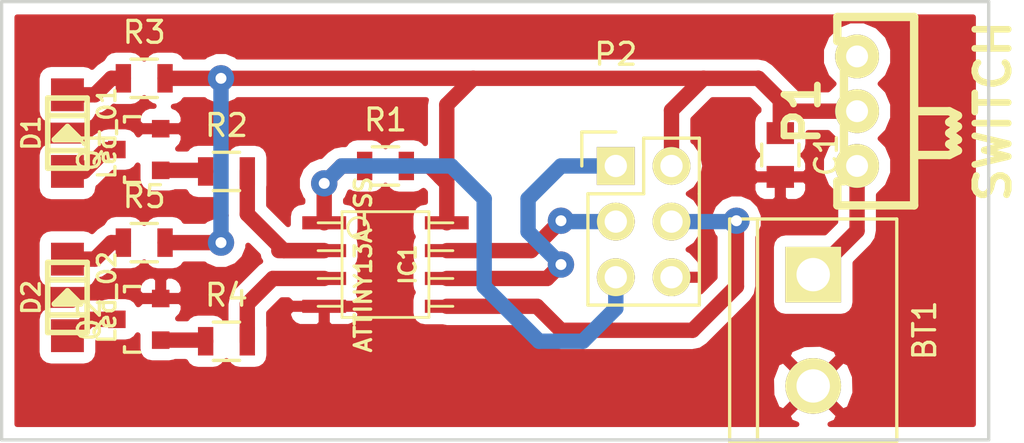
<source format=kicad_pcb>
(kicad_pcb (version 4) (host pcbnew 4.0.2+dfsg1-stable)

  (general
    (links 25)
    (no_connects 0)
    (area 0 0 0 0)
    (thickness 1.6)
    (drawings 4)
    (tracks 80)
    (zones 0)
    (modules 14)
    (nets 16)
  )

  (page A4)
  (layers
    (0 F.Cu signal)
    (31 B.Cu signal)
    (32 B.Adhes user)
    (33 F.Adhes user)
    (34 B.Paste user)
    (35 F.Paste user)
    (36 B.SilkS user)
    (37 F.SilkS user)
    (38 B.Mask user)
    (39 F.Mask user)
    (40 Dwgs.User user)
    (41 Cmts.User user)
    (42 Eco1.User user)
    (43 Eco2.User user)
    (44 Edge.Cuts user)
    (45 Margin user)
    (46 B.CrtYd user)
    (47 F.CrtYd user)
    (48 B.Fab user)
    (49 F.Fab user)
  )

  (setup
    (last_trace_width 0.7)
    (user_trace_width 0.3)
    (user_trace_width 0.5)
    (user_trace_width 0.7)
    (user_trace_width 0.8)
    (user_trace_width 1)
    (user_trace_width 1.2)
    (user_trace_width 1.5)
    (user_trace_width 2)
    (trace_clearance 0.2)
    (zone_clearance 0.508)
    (zone_45_only no)
    (trace_min 0.2)
    (segment_width 0.2)
    (edge_width 0.15)
    (via_size 0.6)
    (via_drill 0.4)
    (via_min_size 0.4)
    (via_min_drill 0.3)
    (user_via 0.8 0.5)
    (user_via 1 0.5)
    (user_via 1.2 0.5)
    (uvia_size 0.3)
    (uvia_drill 0.1)
    (uvias_allowed no)
    (uvia_min_size 0.2)
    (uvia_min_drill 0.1)
    (pcb_text_width 0.3)
    (pcb_text_size 1.5 1.5)
    (mod_edge_width 0.15)
    (mod_text_size 1 1)
    (mod_text_width 0.15)
    (pad_size 1.524 1.524)
    (pad_drill 0.762)
    (pad_to_mask_clearance 0.2)
    (aux_axis_origin 0 0)
    (visible_elements FFFFFF7F)
    (pcbplotparams
      (layerselection 0x00030_80000001)
      (usegerberextensions false)
      (excludeedgelayer true)
      (linewidth 0.100000)
      (plotframeref false)
      (viasonmask false)
      (mode 1)
      (useauxorigin false)
      (hpglpennumber 1)
      (hpglpenspeed 20)
      (hpglpendiameter 15)
      (hpglpenoverlay 2)
      (psnegative false)
      (psa4output false)
      (plotreference true)
      (plotvalue true)
      (plotinvisibletext false)
      (padsonsilk false)
      (subtractmaskfromsilk false)
      (outputformat 1)
      (mirror false)
      (drillshape 1)
      (scaleselection 1)
      (outputdirectory ""))
  )

  (net 0 "")
  (net 1 "Net-(BT1-Pad1)")
  (net 2 GND)
  (net 3 +BATT)
  (net 4 "Net-(D1-Pad1)")
  (net 5 "Net-(D1-Pad2)")
  (net 6 "Net-(D2-Pad1)")
  (net 7 "Net-(D2-Pad2)")
  (net 8 /RST)
  (net 9 /LED01)
  (net 10 /LED02)
  (net 11 /MOSI)
  (net 12 /MISO)
  (net 13 /SCK)
  (net 14 "Net-(Q1-Pad1)")
  (net 15 "Net-(Q2-Pad1)")

  (net_class Default "This is the default net class."
    (clearance 0.2)
    (trace_width 0.25)
    (via_dia 0.6)
    (via_drill 0.4)
    (uvia_dia 0.3)
    (uvia_drill 0.1)
    (add_net +BATT)
    (add_net /LED01)
    (add_net /LED02)
    (add_net /MISO)
    (add_net /MOSI)
    (add_net /RST)
    (add_net /SCK)
    (add_net GND)
    (add_net "Net-(BT1-Pad1)")
    (add_net "Net-(D1-Pad1)")
    (add_net "Net-(D1-Pad2)")
    (add_net "Net-(D2-Pad1)")
    (add_net "Net-(D2-Pad2)")
    (add_net "Net-(Q1-Pad1)")
    (add_net "Net-(Q2-Pad1)")
  )

  (module Connect:bornier2 (layer F.Cu) (tedit 0) (tstamp 59481167)
    (at 157 120 270)
    (descr "Bornier d'alimentation 2 pins")
    (tags DEV)
    (path /5945E297)
    (fp_text reference BT1 (at 0 -5.08 270) (layer F.SilkS)
      (effects (font (size 1 1) (thickness 0.15)))
    )
    (fp_text value 4.5V (at 0 5.08 270) (layer F.Fab)
      (effects (font (size 1 1) (thickness 0.15)))
    )
    (fp_line (start 5.08 2.54) (end -5.08 2.54) (layer F.SilkS) (width 0.15))
    (fp_line (start 5.08 3.81) (end 5.08 -3.81) (layer F.SilkS) (width 0.15))
    (fp_line (start 5.08 -3.81) (end -5.08 -3.81) (layer F.SilkS) (width 0.15))
    (fp_line (start -5.08 -3.81) (end -5.08 3.81) (layer F.SilkS) (width 0.15))
    (fp_line (start -5.08 3.81) (end 5.08 3.81) (layer F.SilkS) (width 0.15))
    (pad 1 thru_hole rect (at -2.54 0 270) (size 2.54 2.54) (drill 1.524) (layers *.Cu *.Mask F.SilkS)
      (net 1 "Net-(BT1-Pad1)"))
    (pad 2 thru_hole circle (at 2.54 0 270) (size 2.54 2.54) (drill 1.524) (layers *.Cu *.Mask F.SilkS)
      (net 2 GND))
    (model Connect.3dshapes/bornier2.wrl
      (at (xyz 0 0 0))
      (scale (xyz 1 1 1))
      (rotate (xyz 0 0 0))
    )
  )

  (module Capacitors_SMD:C_0805 (layer F.Cu) (tedit 5415D6EA) (tstamp 5948116D)
    (at 155.5 112 270)
    (descr "Capacitor SMD 0805, reflow soldering, AVX (see smccp.pdf)")
    (tags "capacitor 0805")
    (path /5945FBCF)
    (attr smd)
    (fp_text reference C1 (at 0 -2.1 270) (layer F.SilkS)
      (effects (font (size 1 1) (thickness 0.15)))
    )
    (fp_text value 100nF (at 0 2.1 270) (layer F.Fab)
      (effects (font (size 1 1) (thickness 0.15)))
    )
    (fp_line (start -1.8 -1) (end 1.8 -1) (layer F.CrtYd) (width 0.05))
    (fp_line (start -1.8 1) (end 1.8 1) (layer F.CrtYd) (width 0.05))
    (fp_line (start -1.8 -1) (end -1.8 1) (layer F.CrtYd) (width 0.05))
    (fp_line (start 1.8 -1) (end 1.8 1) (layer F.CrtYd) (width 0.05))
    (fp_line (start 0.5 -0.85) (end -0.5 -0.85) (layer F.SilkS) (width 0.15))
    (fp_line (start -0.5 0.85) (end 0.5 0.85) (layer F.SilkS) (width 0.15))
    (pad 1 smd rect (at -1 0 270) (size 1 1.25) (layers F.Cu F.Paste F.Mask)
      (net 3 +BATT))
    (pad 2 smd rect (at 1 0 270) (size 1 1.25) (layers F.Cu F.Paste F.Mask)
      (net 2 GND))
    (model Capacitors_SMD.3dshapes/C_0805.wrl
      (at (xyz 0 0 0))
      (scale (xyz 1 1 1))
      (rotate (xyz 0 0 0))
    )
  )

  (module w_smd_dil:so-8 (layer F.Cu) (tedit 0) (tstamp 59481185)
    (at 137.5 117 270)
    (descr SO-8)
    (path /5945DFF3)
    (fp_text reference IC1 (at 0 -1.016 270) (layer F.SilkS)
      (effects (font (size 0.7493 0.7493) (thickness 0.14986)))
    )
    (fp_text value ATTINY13A-SS (at 0 1.016 270) (layer F.SilkS)
      (effects (font (size 0.7493 0.7493) (thickness 0.14986)))
    )
    (fp_line (start -2.413 -1.9812) (end -2.413 1.9812) (layer F.SilkS) (width 0.127))
    (fp_line (start -2.413 1.9812) (end 2.413 1.9812) (layer F.SilkS) (width 0.127))
    (fp_line (start 2.413 1.9812) (end 2.413 -1.9812) (layer F.SilkS) (width 0.127))
    (fp_line (start 2.413 -1.9812) (end -2.413 -1.9812) (layer F.SilkS) (width 0.127))
    (fp_line (start -1.905 -1.9812) (end -1.905 -3.0734) (layer F.SilkS) (width 0.127))
    (fp_line (start -0.635 -1.9812) (end -0.635 -3.0734) (layer F.SilkS) (width 0.127))
    (fp_line (start 0.635 -1.9812) (end 0.635 -3.0734) (layer F.SilkS) (width 0.127))
    (fp_line (start 1.905 -3.0734) (end 1.905 -1.9812) (layer F.SilkS) (width 0.127))
    (fp_line (start 1.905 1.9812) (end 1.905 3.0734) (layer F.SilkS) (width 0.127))
    (fp_line (start 0.635 3.0734) (end 0.635 1.9812) (layer F.SilkS) (width 0.127))
    (fp_line (start -0.635 3.0734) (end -0.635 1.9812) (layer F.SilkS) (width 0.127))
    (fp_line (start -1.905 3.0734) (end -1.905 1.9812) (layer F.SilkS) (width 0.127))
    (fp_circle (center -1.6764 1.2446) (end -1.9558 1.6256) (layer F.SilkS) (width 0.127))
    (pad 1 smd rect (at -1.905 2.794 270) (size 0.59944 1.99898) (layers F.Cu F.Paste F.Mask)
      (net 8 /RST))
    (pad 2 smd rect (at -0.635 2.794 270) (size 0.59944 1.99898) (layers F.Cu F.Paste F.Mask)
      (net 9 /LED01))
    (pad 3 smd rect (at 0.635 2.794 270) (size 0.59944 1.99898) (layers F.Cu F.Paste F.Mask)
      (net 10 /LED02))
    (pad 4 smd rect (at 1.905 2.794 270) (size 0.59944 1.99898) (layers F.Cu F.Paste F.Mask)
      (net 2 GND))
    (pad 5 smd rect (at 1.905 -2.794 270) (size 0.59944 1.99898) (layers F.Cu F.Paste F.Mask)
      (net 11 /MOSI))
    (pad 6 smd rect (at 0.635 -2.794 270) (size 0.59944 1.99898) (layers F.Cu F.Paste F.Mask)
      (net 12 /MISO))
    (pad 7 smd rect (at -0.635 -2.794 270) (size 0.59944 1.99898) (layers F.Cu F.Paste F.Mask)
      (net 13 /SCK))
    (pad 8 smd rect (at -1.905 -2.794 270) (size 0.59944 1.99898) (layers F.Cu F.Paste F.Mask)
      (net 3 +BATT))
    (model walter/smd_dil/so-8.wrl
      (at (xyz 0 0 0))
      (scale (xyz 1 1 1))
      (rotate (xyz 0 0 0))
    )
  )

  (module Pin_Headers:Pin_Header_Straight_2x03 (layer F.Cu) (tedit 54EA0A4B) (tstamp 59481196)
    (at 148 112.5)
    (descr "Through hole pin header")
    (tags "pin header")
    (path /59461245)
    (fp_text reference P2 (at 0 -5.1) (layer F.SilkS)
      (effects (font (size 1 1) (thickness 0.15)))
    )
    (fp_text value ISCP6 (at 0 -3.1) (layer F.Fab)
      (effects (font (size 1 1) (thickness 0.15)))
    )
    (fp_line (start -1.27 1.27) (end -1.27 6.35) (layer F.SilkS) (width 0.15))
    (fp_line (start -1.55 -1.55) (end 0 -1.55) (layer F.SilkS) (width 0.15))
    (fp_line (start -1.75 -1.75) (end -1.75 6.85) (layer F.CrtYd) (width 0.05))
    (fp_line (start 4.3 -1.75) (end 4.3 6.85) (layer F.CrtYd) (width 0.05))
    (fp_line (start -1.75 -1.75) (end 4.3 -1.75) (layer F.CrtYd) (width 0.05))
    (fp_line (start -1.75 6.85) (end 4.3 6.85) (layer F.CrtYd) (width 0.05))
    (fp_line (start 1.27 -1.27) (end 1.27 1.27) (layer F.SilkS) (width 0.15))
    (fp_line (start 1.27 1.27) (end -1.27 1.27) (layer F.SilkS) (width 0.15))
    (fp_line (start -1.27 6.35) (end 3.81 6.35) (layer F.SilkS) (width 0.15))
    (fp_line (start 3.81 6.35) (end 3.81 1.27) (layer F.SilkS) (width 0.15))
    (fp_line (start -1.55 -1.55) (end -1.55 0) (layer F.SilkS) (width 0.15))
    (fp_line (start 3.81 -1.27) (end 1.27 -1.27) (layer F.SilkS) (width 0.15))
    (fp_line (start 3.81 1.27) (end 3.81 -1.27) (layer F.SilkS) (width 0.15))
    (pad 1 thru_hole rect (at 0 0) (size 1.7272 1.7272) (drill 1.016) (layers *.Cu *.Mask F.SilkS)
      (net 12 /MISO))
    (pad 2 thru_hole oval (at 2.54 0) (size 1.7272 1.7272) (drill 1.016) (layers *.Cu *.Mask F.SilkS)
      (net 3 +BATT))
    (pad 3 thru_hole oval (at 0 2.54) (size 1.7272 1.7272) (drill 1.016) (layers *.Cu *.Mask F.SilkS)
      (net 13 /SCK))
    (pad 4 thru_hole oval (at 2.54 2.54) (size 1.7272 1.7272) (drill 1.016) (layers *.Cu *.Mask F.SilkS)
      (net 11 /MOSI))
    (pad 5 thru_hole oval (at 0 5.08) (size 1.7272 1.7272) (drill 1.016) (layers *.Cu *.Mask F.SilkS)
      (net 8 /RST))
    (pad 6 thru_hole oval (at 2.54 5.08) (size 1.7272 1.7272) (drill 1.016) (layers *.Cu *.Mask F.SilkS)
      (net 2 GND))
    (model Pin_Headers.3dshapes/Pin_Header_Straight_2x03.wrl
      (at (xyz 0.05 -0.1 0))
      (scale (xyz 1 1 1))
      (rotate (xyz 0 0 90))
    )
  )

  (module TO_SOT_Packages_SMD:SOT-23 (layer F.Cu) (tedit 553634F8) (tstamp 5948119D)
    (at 126.25 111.75 90)
    (descr "SOT-23, Standard")
    (tags SOT-23)
    (path /5945E104)
    (attr smd)
    (fp_text reference Q1 (at 0 -2.25 90) (layer F.SilkS)
      (effects (font (size 1 1) (thickness 0.15)))
    )
    (fp_text value BC848 (at 0 2.3 90) (layer F.Fab)
      (effects (font (size 1 1) (thickness 0.15)))
    )
    (fp_line (start -1.65 -1.6) (end 1.65 -1.6) (layer F.CrtYd) (width 0.05))
    (fp_line (start 1.65 -1.6) (end 1.65 1.6) (layer F.CrtYd) (width 0.05))
    (fp_line (start 1.65 1.6) (end -1.65 1.6) (layer F.CrtYd) (width 0.05))
    (fp_line (start -1.65 1.6) (end -1.65 -1.6) (layer F.CrtYd) (width 0.05))
    (fp_line (start 1.29916 -0.65024) (end 1.2509 -0.65024) (layer F.SilkS) (width 0.15))
    (fp_line (start -1.49982 0.0508) (end -1.49982 -0.65024) (layer F.SilkS) (width 0.15))
    (fp_line (start -1.49982 -0.65024) (end -1.2509 -0.65024) (layer F.SilkS) (width 0.15))
    (fp_line (start 1.29916 -0.65024) (end 1.49982 -0.65024) (layer F.SilkS) (width 0.15))
    (fp_line (start 1.49982 -0.65024) (end 1.49982 0.0508) (layer F.SilkS) (width 0.15))
    (pad 1 smd rect (at -0.95 1.00076 90) (size 0.8001 0.8001) (layers F.Cu F.Paste F.Mask)
      (net 14 "Net-(Q1-Pad1)"))
    (pad 2 smd rect (at 0.95 1.00076 90) (size 0.8001 0.8001) (layers F.Cu F.Paste F.Mask)
      (net 2 GND))
    (pad 3 smd rect (at 0 -0.99822 90) (size 0.8001 0.8001) (layers F.Cu F.Paste F.Mask)
      (net 4 "Net-(D1-Pad1)"))
    (model TO_SOT_Packages_SMD.3dshapes/SOT-23.wrl
      (at (xyz 0 0 0))
      (scale (xyz 1 1 1))
      (rotate (xyz 0 0 0))
    )
  )

  (module TO_SOT_Packages_SMD:SOT-23 (layer F.Cu) (tedit 553634F8) (tstamp 594811A4)
    (at 126.25 119.5 90)
    (descr "SOT-23, Standard")
    (tags SOT-23)
    (path /5945F66C)
    (attr smd)
    (fp_text reference Q2 (at 0 -2.25 90) (layer F.SilkS)
      (effects (font (size 1 1) (thickness 0.15)))
    )
    (fp_text value BC848 (at 0 2.3 90) (layer F.Fab)
      (effects (font (size 1 1) (thickness 0.15)))
    )
    (fp_line (start -1.65 -1.6) (end 1.65 -1.6) (layer F.CrtYd) (width 0.05))
    (fp_line (start 1.65 -1.6) (end 1.65 1.6) (layer F.CrtYd) (width 0.05))
    (fp_line (start 1.65 1.6) (end -1.65 1.6) (layer F.CrtYd) (width 0.05))
    (fp_line (start -1.65 1.6) (end -1.65 -1.6) (layer F.CrtYd) (width 0.05))
    (fp_line (start 1.29916 -0.65024) (end 1.2509 -0.65024) (layer F.SilkS) (width 0.15))
    (fp_line (start -1.49982 0.0508) (end -1.49982 -0.65024) (layer F.SilkS) (width 0.15))
    (fp_line (start -1.49982 -0.65024) (end -1.2509 -0.65024) (layer F.SilkS) (width 0.15))
    (fp_line (start 1.29916 -0.65024) (end 1.49982 -0.65024) (layer F.SilkS) (width 0.15))
    (fp_line (start 1.49982 -0.65024) (end 1.49982 0.0508) (layer F.SilkS) (width 0.15))
    (pad 1 smd rect (at -0.95 1.00076 90) (size 0.8001 0.8001) (layers F.Cu F.Paste F.Mask)
      (net 15 "Net-(Q2-Pad1)"))
    (pad 2 smd rect (at 0.95 1.00076 90) (size 0.8001 0.8001) (layers F.Cu F.Paste F.Mask)
      (net 2 GND))
    (pad 3 smd rect (at 0 -0.99822 90) (size 0.8001 0.8001) (layers F.Cu F.Paste F.Mask)
      (net 6 "Net-(D2-Pad1)"))
    (model TO_SOT_Packages_SMD.3dshapes/SOT-23.wrl
      (at (xyz 0 0 0))
      (scale (xyz 1 1 1))
      (rotate (xyz 0 0 0))
    )
  )

  (module Resistors_SMD:R_0805 (layer F.Cu) (tedit 5415CDEB) (tstamp 594811AA)
    (at 137.5 112.5)
    (descr "Resistor SMD 0805, reflow soldering, Vishay (see dcrcw.pdf)")
    (tags "resistor 0805")
    (path /59461F21)
    (attr smd)
    (fp_text reference R1 (at 0 -2.1) (layer F.SilkS)
      (effects (font (size 1 1) (thickness 0.15)))
    )
    (fp_text value 10K (at 0 2.1) (layer F.Fab)
      (effects (font (size 1 1) (thickness 0.15)))
    )
    (fp_line (start -1.6 -1) (end 1.6 -1) (layer F.CrtYd) (width 0.05))
    (fp_line (start -1.6 1) (end 1.6 1) (layer F.CrtYd) (width 0.05))
    (fp_line (start -1.6 -1) (end -1.6 1) (layer F.CrtYd) (width 0.05))
    (fp_line (start 1.6 -1) (end 1.6 1) (layer F.CrtYd) (width 0.05))
    (fp_line (start 0.6 0.875) (end -0.6 0.875) (layer F.SilkS) (width 0.15))
    (fp_line (start -0.6 -0.875) (end 0.6 -0.875) (layer F.SilkS) (width 0.15))
    (pad 1 smd rect (at -0.95 0) (size 0.7 1.3) (layers F.Cu F.Paste F.Mask)
      (net 8 /RST))
    (pad 2 smd rect (at 0.95 0) (size 0.7 1.3) (layers F.Cu F.Paste F.Mask)
      (net 3 +BATT))
    (model Resistors_SMD.3dshapes/R_0805.wrl
      (at (xyz 0 0 0))
      (scale (xyz 1 1 1))
      (rotate (xyz 0 0 0))
    )
  )

  (module Resistors_SMD:R_0805 (layer F.Cu) (tedit 5415CDEB) (tstamp 594811B0)
    (at 130.25 112.75)
    (descr "Resistor SMD 0805, reflow soldering, Vishay (see dcrcw.pdf)")
    (tags "resistor 0805")
    (path /5945E3F0)
    (attr smd)
    (fp_text reference R2 (at 0 -2.1) (layer F.SilkS)
      (effects (font (size 1 1) (thickness 0.15)))
    )
    (fp_text value 220R (at 0 2.1) (layer F.Fab)
      (effects (font (size 1 1) (thickness 0.15)))
    )
    (fp_line (start -1.6 -1) (end 1.6 -1) (layer F.CrtYd) (width 0.05))
    (fp_line (start -1.6 1) (end 1.6 1) (layer F.CrtYd) (width 0.05))
    (fp_line (start -1.6 -1) (end -1.6 1) (layer F.CrtYd) (width 0.05))
    (fp_line (start 1.6 -1) (end 1.6 1) (layer F.CrtYd) (width 0.05))
    (fp_line (start 0.6 0.875) (end -0.6 0.875) (layer F.SilkS) (width 0.15))
    (fp_line (start -0.6 -0.875) (end 0.6 -0.875) (layer F.SilkS) (width 0.15))
    (pad 1 smd rect (at -0.95 0) (size 0.7 1.3) (layers F.Cu F.Paste F.Mask)
      (net 14 "Net-(Q1-Pad1)"))
    (pad 2 smd rect (at 0.95 0) (size 0.7 1.3) (layers F.Cu F.Paste F.Mask)
      (net 9 /LED01))
    (model Resistors_SMD.3dshapes/R_0805.wrl
      (at (xyz 0 0 0))
      (scale (xyz 1 1 1))
      (rotate (xyz 0 0 0))
    )
  )

  (module Resistors_SMD:R_0805 (layer F.Cu) (tedit 5415CDEB) (tstamp 594811B6)
    (at 126.5 108.5)
    (descr "Resistor SMD 0805, reflow soldering, Vishay (see dcrcw.pdf)")
    (tags "resistor 0805")
    (path /5945E4BE)
    (attr smd)
    (fp_text reference R3 (at 0 -2.1) (layer F.SilkS)
      (effects (font (size 1 1) (thickness 0.15)))
    )
    (fp_text value 470R (at 0 2.1) (layer F.Fab)
      (effects (font (size 1 1) (thickness 0.15)))
    )
    (fp_line (start -1.6 -1) (end 1.6 -1) (layer F.CrtYd) (width 0.05))
    (fp_line (start -1.6 1) (end 1.6 1) (layer F.CrtYd) (width 0.05))
    (fp_line (start -1.6 -1) (end -1.6 1) (layer F.CrtYd) (width 0.05))
    (fp_line (start 1.6 -1) (end 1.6 1) (layer F.CrtYd) (width 0.05))
    (fp_line (start 0.6 0.875) (end -0.6 0.875) (layer F.SilkS) (width 0.15))
    (fp_line (start -0.6 -0.875) (end 0.6 -0.875) (layer F.SilkS) (width 0.15))
    (pad 1 smd rect (at -0.95 0) (size 0.7 1.3) (layers F.Cu F.Paste F.Mask)
      (net 5 "Net-(D1-Pad2)"))
    (pad 2 smd rect (at 0.95 0) (size 0.7 1.3) (layers F.Cu F.Paste F.Mask)
      (net 3 +BATT))
    (model Resistors_SMD.3dshapes/R_0805.wrl
      (at (xyz 0 0 0))
      (scale (xyz 1 1 1))
      (rotate (xyz 0 0 0))
    )
  )

  (module Resistors_SMD:R_0805 (layer F.Cu) (tedit 5415CDEB) (tstamp 594811BC)
    (at 130.25 120.5)
    (descr "Resistor SMD 0805, reflow soldering, Vishay (see dcrcw.pdf)")
    (tags "resistor 0805")
    (path /5945F672)
    (attr smd)
    (fp_text reference R4 (at 0 -2.1) (layer F.SilkS)
      (effects (font (size 1 1) (thickness 0.15)))
    )
    (fp_text value 220R (at 0 2.1) (layer F.Fab)
      (effects (font (size 1 1) (thickness 0.15)))
    )
    (fp_line (start -1.6 -1) (end 1.6 -1) (layer F.CrtYd) (width 0.05))
    (fp_line (start -1.6 1) (end 1.6 1) (layer F.CrtYd) (width 0.05))
    (fp_line (start -1.6 -1) (end -1.6 1) (layer F.CrtYd) (width 0.05))
    (fp_line (start 1.6 -1) (end 1.6 1) (layer F.CrtYd) (width 0.05))
    (fp_line (start 0.6 0.875) (end -0.6 0.875) (layer F.SilkS) (width 0.15))
    (fp_line (start -0.6 -0.875) (end 0.6 -0.875) (layer F.SilkS) (width 0.15))
    (pad 1 smd rect (at -0.95 0) (size 0.7 1.3) (layers F.Cu F.Paste F.Mask)
      (net 15 "Net-(Q2-Pad1)"))
    (pad 2 smd rect (at 0.95 0) (size 0.7 1.3) (layers F.Cu F.Paste F.Mask)
      (net 10 /LED02))
    (model Resistors_SMD.3dshapes/R_0805.wrl
      (at (xyz 0 0 0))
      (scale (xyz 1 1 1))
      (rotate (xyz 0 0 0))
    )
  )

  (module Resistors_SMD:R_0805 (layer F.Cu) (tedit 5415CDEB) (tstamp 594811C2)
    (at 126.5 116)
    (descr "Resistor SMD 0805, reflow soldering, Vishay (see dcrcw.pdf)")
    (tags "resistor 0805")
    (path /5945F68A)
    (attr smd)
    (fp_text reference R5 (at 0 -2.1) (layer F.SilkS)
      (effects (font (size 1 1) (thickness 0.15)))
    )
    (fp_text value 470R (at 0 2.1) (layer F.Fab)
      (effects (font (size 1 1) (thickness 0.15)))
    )
    (fp_line (start -1.6 -1) (end 1.6 -1) (layer F.CrtYd) (width 0.05))
    (fp_line (start -1.6 1) (end 1.6 1) (layer F.CrtYd) (width 0.05))
    (fp_line (start -1.6 -1) (end -1.6 1) (layer F.CrtYd) (width 0.05))
    (fp_line (start 1.6 -1) (end 1.6 1) (layer F.CrtYd) (width 0.05))
    (fp_line (start 0.6 0.875) (end -0.6 0.875) (layer F.SilkS) (width 0.15))
    (fp_line (start -0.6 -0.875) (end 0.6 -0.875) (layer F.SilkS) (width 0.15))
    (pad 1 smd rect (at -0.95 0) (size 0.7 1.3) (layers F.Cu F.Paste F.Mask)
      (net 7 "Net-(D2-Pad2)"))
    (pad 2 smd rect (at 0.95 0) (size 0.7 1.3) (layers F.Cu F.Paste F.Mask)
      (net 3 +BATT))
    (model Resistors_SMD.3dshapes/R_0805.wrl
      (at (xyz 0 0 0))
      (scale (xyz 1 1 1))
      (rotate (xyz 0 0 0))
    )
  )

  (module w_smd_leds:Led_1206 (layer F.Cu) (tedit 0) (tstamp 59481539)
    (at 123 111 90)
    (descr "SMD LED_ 1206")
    (path /5945E6AE)
    (fp_text reference D1 (at 0 -1.651 90) (layer F.SilkS)
      (effects (font (size 0.8001 0.8001) (thickness 0.14986)))
    )
    (fp_text value Led_01 (at 0 1.80086 90) (layer F.SilkS)
      (effects (font (size 0.8001 0.8001) (thickness 0.14986)))
    )
    (fp_line (start 0 -0.20066) (end 0 0.09906) (layer F.SilkS) (width 0.254))
    (fp_line (start -0.09906 0.29972) (end -0.09906 -0.29972) (layer F.SilkS) (width 0.254))
    (fp_line (start -0.29972 -0.59944) (end -0.29972 0.59944) (layer F.SilkS) (width 0.254))
    (fp_line (start -0.29972 0.59944) (end 0.29972 0) (layer F.SilkS) (width 0.254))
    (fp_line (start 0.29972 0) (end -0.29972 -0.59944) (layer F.SilkS) (width 0.254))
    (fp_line (start 0.8001 0.89916) (end 0.8001 -0.89916) (layer F.SilkS) (width 0.254))
    (fp_line (start -0.8001 -0.89916) (end -0.8001 0.89916) (layer F.SilkS) (width 0.254))
    (fp_line (start -1.6002 -0.89916) (end 1.6002 -0.89916) (layer F.SilkS) (width 0.254))
    (fp_line (start 1.6002 -0.89916) (end 1.6002 0.89916) (layer F.SilkS) (width 0.254))
    (fp_line (start 1.6002 0.89916) (end -1.6002 0.89916) (layer F.SilkS) (width 0.254))
    (fp_line (start -1.6002 0.89916) (end -1.6002 -0.89916) (layer F.SilkS) (width 0.254))
    (pad 1 smd rect (at -1.74752 0 90) (size 1.4986 1.4986) (layers F.Cu F.Paste F.Mask)
      (net 4 "Net-(D1-Pad1)"))
    (pad 2 smd rect (at 1.74752 0 90) (size 1.4986 1.4986) (layers F.Cu F.Paste F.Mask)
      (net 5 "Net-(D1-Pad2)"))
    (model walter/smd_leds/led_1206.wrl
      (at (xyz 0 0 0))
      (scale (xyz 1 1 1))
      (rotate (xyz 0 0 0))
    )
  )

  (module w_smd_leds:Led_1206 (layer F.Cu) (tedit 0) (tstamp 5948153F)
    (at 123 118.5 90)
    (descr "SMD LED_ 1206")
    (path /5945F678)
    (fp_text reference D2 (at 0 -1.651 90) (layer F.SilkS)
      (effects (font (size 0.8001 0.8001) (thickness 0.14986)))
    )
    (fp_text value Led_02 (at 0 1.80086 90) (layer F.SilkS)
      (effects (font (size 0.8001 0.8001) (thickness 0.14986)))
    )
    (fp_line (start 0 -0.20066) (end 0 0.09906) (layer F.SilkS) (width 0.254))
    (fp_line (start -0.09906 0.29972) (end -0.09906 -0.29972) (layer F.SilkS) (width 0.254))
    (fp_line (start -0.29972 -0.59944) (end -0.29972 0.59944) (layer F.SilkS) (width 0.254))
    (fp_line (start -0.29972 0.59944) (end 0.29972 0) (layer F.SilkS) (width 0.254))
    (fp_line (start 0.29972 0) (end -0.29972 -0.59944) (layer F.SilkS) (width 0.254))
    (fp_line (start 0.8001 0.89916) (end 0.8001 -0.89916) (layer F.SilkS) (width 0.254))
    (fp_line (start -0.8001 -0.89916) (end -0.8001 0.89916) (layer F.SilkS) (width 0.254))
    (fp_line (start -1.6002 -0.89916) (end 1.6002 -0.89916) (layer F.SilkS) (width 0.254))
    (fp_line (start 1.6002 -0.89916) (end 1.6002 0.89916) (layer F.SilkS) (width 0.254))
    (fp_line (start 1.6002 0.89916) (end -1.6002 0.89916) (layer F.SilkS) (width 0.254))
    (fp_line (start -1.6002 0.89916) (end -1.6002 -0.89916) (layer F.SilkS) (width 0.254))
    (pad 1 smd rect (at -1.74752 0 90) (size 1.4986 1.4986) (layers F.Cu F.Paste F.Mask)
      (net 6 "Net-(D2-Pad1)"))
    (pad 2 smd rect (at 1.74752 0 90) (size 1.4986 1.4986) (layers F.Cu F.Paste F.Mask)
      (net 7 "Net-(D2-Pad2)"))
    (model walter/smd_leds/led_1206.wrl
      (at (xyz 0 0 0))
      (scale (xyz 1 1 1))
      (rotate (xyz 0 0 0))
    )
  )

  (module w_switch:switch_mmp122-r (layer F.Cu) (tedit 0) (tstamp 59481546)
    (at 159 110 90)
    (descr "Knitter MMP122-R")
    (path /5945E36F)
    (fp_text reference P1 (at 0 -2.49936 90) (layer F.SilkS)
      (effects (font (thickness 0.3048)))
    )
    (fp_text value SWITCH (at 0 6.20014 90) (layer F.SilkS)
      (effects (font (thickness 0.3048)))
    )
    (fp_line (start -1.30048 4.59994) (end -1.00076 4.20116) (layer F.SilkS) (width 0.381))
    (fp_line (start -1.00076 4.20116) (end -0.70104 4.59994) (layer F.SilkS) (width 0.381))
    (fp_line (start -0.70104 4.59994) (end -0.50038 4.20116) (layer F.SilkS) (width 0.381))
    (fp_line (start -0.50038 4.20116) (end -0.20066 4.59994) (layer F.SilkS) (width 0.381))
    (fp_line (start -0.20066 4.59994) (end 0 4.20116) (layer F.SilkS) (width 0.381))
    (fp_line (start -1.99898 4.20116) (end -1.80086 4.59994) (layer F.SilkS) (width 0.381))
    (fp_line (start -1.80086 4.59994) (end -1.50114 4.20116) (layer F.SilkS) (width 0.381))
    (fp_line (start -1.50114 4.20116) (end -1.30048 4.59994) (layer F.SilkS) (width 0.381))
    (fp_line (start -1.99898 2.60096) (end -1.99898 4.20116) (layer F.SilkS) (width 0.381))
    (fp_line (start 0 2.60096) (end 0 4.20116) (layer F.SilkS) (width 0.381))
    (fp_line (start -4.30022 2.60096) (end 4.30022 2.60096) (layer F.SilkS) (width 0.381))
    (fp_line (start 4.30022 2.60096) (end 4.30022 -0.89916) (layer F.SilkS) (width 0.381))
    (fp_line (start 4.30022 -0.89916) (end 3.2004 -0.89916) (layer F.SilkS) (width 0.381))
    (fp_line (start 3.2004 -0.89916) (end 3.2004 -0.59944) (layer F.SilkS) (width 0.381))
    (fp_line (start 3.2004 -0.59944) (end -3.2004 -0.59944) (layer F.SilkS) (width 0.381))
    (fp_line (start -3.2004 -0.59944) (end -3.2004 -0.89916) (layer F.SilkS) (width 0.381))
    (fp_line (start -3.2004 -0.89916) (end -4.30022 -0.89916) (layer F.SilkS) (width 0.381))
    (fp_line (start -4.30022 -0.89916) (end -4.30022 2.60096) (layer F.SilkS) (width 0.381))
    (pad 1 thru_hole circle (at -2.49936 0 90) (size 1.99898 1.99898) (drill 0.99822) (layers *.Cu *.Mask F.SilkS)
      (net 1 "Net-(BT1-Pad1)"))
    (pad 2 thru_hole circle (at 0 0 90) (size 1.99898 1.99898) (drill 0.99822) (layers *.Cu *.Mask F.SilkS)
      (net 3 +BATT))
    (pad 3 thru_hole circle (at 2.49936 0 90) (size 1.99898 1.99898) (drill 0.99822) (layers *.Cu *.Mask F.SilkS))
    (model walter/switch/switch_mmp122-r.wrl
      (at (xyz 0 0 0))
      (scale (xyz 1 1 1))
      (rotate (xyz 0 0 0))
    )
  )

  (gr_line (start 165 105) (end 120 105) (angle 90) (layer Edge.Cuts) (width 0.15))
  (gr_line (start 165 125) (end 165 105) (angle 90) (layer Edge.Cuts) (width 0.15))
  (gr_line (start 120 125) (end 165 125) (angle 90) (layer Edge.Cuts) (width 0.15))
  (gr_line (start 120 105) (end 120 125) (angle 90) (layer Edge.Cuts) (width 0.15))

  (segment (start 159 112.49936) (end 159 115.46) (width 0.7) (layer F.Cu) (net 1))
  (segment (start 159 115.46) (end 157 117.46) (width 0.7) (layer F.Cu) (net 1) (tstamp 59481817))
  (via (at 130 108.5) (size 1.2) (drill 0.5) (layers F.Cu B.Cu) (net 3))
  (segment (start 127.45 116) (end 130 116) (width 0.7) (layer F.Cu) (net 3) (tstamp 59481A91) (status 400000))
  (via (at 130 116) (size 1.2) (drill 0.5) (layers F.Cu B.Cu) (net 3))
  (segment (start 130 116) (end 130 108.5) (width 0.7) (layer B.Cu) (net 3) (tstamp 59481A8E))
  (segment (start 127.45 108.5) (end 130 108.5) (width 0.7) (layer F.Cu) (net 3) (status 400000))
  (segment (start 130 108.5) (end 141.5 108.5) (width 0.7) (layer F.Cu) (net 3) (tstamp 59481A8B))
  (segment (start 138.45 112.5) (end 139.5 112.5) (width 0.7) (layer F.Cu) (net 3))
  (segment (start 139.5 112.5) (end 140.294 113.294) (width 0.7) (layer F.Cu) (net 3) (tstamp 594819B1))
  (segment (start 140.294 113.294) (end 140 113) (width 0.7) (layer F.Cu) (net 3) (tstamp 594819BE))
  (segment (start 140 113) (end 140.294 113) (width 0.7) (layer F.Cu) (net 3) (tstamp 594819C2))
  (segment (start 140.294 115.095) (end 140.294 113) (width 0.7) (layer F.Cu) (net 3))
  (segment (start 140.294 113) (end 140.294 109.706) (width 0.7) (layer F.Cu) (net 3) (tstamp 594819C3))
  (segment (start 140.294 109.706) (end 141.5 108.5) (width 0.7) (layer F.Cu) (net 3) (tstamp 594819A1))
  (segment (start 150.54 112.5) (end 150.54 109.96) (width 0.7) (layer F.Cu) (net 3))
  (segment (start 150.54 109.96) (end 152 108.5) (width 0.7) (layer F.Cu) (net 3) (tstamp 59481838))
  (segment (start 159 110) (end 156 110) (width 0.7) (layer F.Cu) (net 3))
  (segment (start 156 110) (end 154.5 108.5) (width 0.7) (layer F.Cu) (net 3) (tstamp 59481800))
  (segment (start 141.5 108.5) (end 152 108.5) (width 0.7) (layer F.Cu) (net 3) (tstamp 594819AB))
  (segment (start 152 108.5) (end 154.5 108.5) (width 0.7) (layer F.Cu) (net 3) (tstamp 59481843))
  (segment (start 155.5 109.5) (end 155.5 111) (width 0.7) (layer F.Cu) (net 3) (tstamp 594817F0))
  (segment (start 154.5 108.5) (end 155.5 109.5) (width 0.7) (layer F.Cu) (net 3) (tstamp 594817ED))
  (segment (start 125.25178 111.75) (end 124.75 111.75) (width 0.7) (layer F.Cu) (net 4))
  (segment (start 123.75248 112.74752) (end 123 112.74752) (width 0.7) (layer F.Cu) (net 4) (tstamp 5948176C))
  (segment (start 124.75 111.75) (end 123.75248 112.74752) (width 0.7) (layer F.Cu) (net 4) (tstamp 5948176B))
  (segment (start 125.55 108.5) (end 125 108.5) (width 0.7) (layer F.Cu) (net 5))
  (segment (start 124.24752 109.25248) (end 123 109.25248) (width 0.7) (layer F.Cu) (net 5) (tstamp 59481768))
  (segment (start 125 108.5) (end 124.24752 109.25248) (width 0.7) (layer F.Cu) (net 5) (tstamp 59481767))
  (segment (start 122.75 120.24752) (end 123.25248 120.24752) (width 0.8) (layer F.Cu) (net 6))
  (segment (start 123.25248 120.24752) (end 124 119.5) (width 0.7) (layer F.Cu) (net 6) (tstamp 594816DB))
  (segment (start 124 119.5) (end 125.25178 119.5) (width 0.7) (layer F.Cu) (net 6) (tstamp 594816DF))
  (segment (start 125.55 116) (end 125 116) (width 0.7) (layer F.Cu) (net 7))
  (segment (start 124.24752 116.75248) (end 122.75 116.75248) (width 0.7) (layer F.Cu) (net 7) (tstamp 59481738))
  (segment (start 125 116) (end 124.24752 116.75248) (width 0.7) (layer F.Cu) (net 7) (tstamp 59481736))
  (via (at 134.706 113.294) (size 1.2) (drill 0.5) (layers F.Cu B.Cu) (net 8))
  (segment (start 134.706 113.294) (end 135.5 112.5) (width 0.7) (layer B.Cu) (net 8) (tstamp 59481964))
  (segment (start 135.5 112.5) (end 140.5 112.5) (width 0.7) (layer B.Cu) (net 8) (tstamp 59481965))
  (segment (start 140.5 112.5) (end 142 114) (width 0.7) (layer B.Cu) (net 8) (tstamp 5948196A))
  (segment (start 142 114) (end 142 118) (width 0.7) (layer B.Cu) (net 8) (tstamp 5948196B))
  (segment (start 142 118) (end 144.5 120.5) (width 0.7) (layer B.Cu) (net 8) (tstamp 5948196C))
  (segment (start 144.5 120.5) (end 146.5 120.5) (width 0.7) (layer B.Cu) (net 8) (tstamp 5948196F))
  (segment (start 146.5 120.5) (end 148 119) (width 0.7) (layer B.Cu) (net 8) (tstamp 59481970))
  (segment (start 148 119) (end 148 117.58) (width 0.7) (layer B.Cu) (net 8) (tstamp 59481971))
  (segment (start 134.706 113.5) (end 134.706 113.294) (width 0.7) (layer F.Cu) (net 8))
  (segment (start 134.706 115.095) (end 134.706 113.5) (width 0.7) (layer F.Cu) (net 8))
  (segment (start 135.5 112.5) (end 136.55 112.5) (width 0.7) (layer F.Cu) (net 8) (tstamp 5948195D))
  (segment (start 134.706 113.294) (end 135.5 112.5) (width 0.7) (layer F.Cu) (net 8) (tstamp 59481959))
  (segment (start 134.706 116.365) (end 132.865 116.365) (width 0.7) (layer F.Cu) (net 9) (status 400000))
  (segment (start 131.2 114.7) (end 131.2 112.75) (width 0.7) (layer F.Cu) (net 9) (tstamp 59481A76) (status 800000))
  (segment (start 132.865 116.365) (end 131.2 114.7) (width 0.7) (layer F.Cu) (net 9) (tstamp 59481A75))
  (segment (start 134.706 116.365) (end 132.635 116.365) (width 0.7) (layer F.Cu) (net 9))
  (segment (start 134.706 117.635) (end 132.365 117.635) (width 0.7) (layer F.Cu) (net 10) (status 400000))
  (segment (start 131.2 118.8) (end 131.2 120.5) (width 0.7) (layer F.Cu) (net 10) (tstamp 59481A72) (status 800000))
  (segment (start 132.365 117.635) (end 131.2 118.8) (width 0.7) (layer F.Cu) (net 10) (tstamp 59481A70))
  (segment (start 140.294 118.905) (end 144.405 118.905) (width 0.7) (layer F.Cu) (net 11) (status 400000))
  (segment (start 153.46 115.04) (end 150.54 115.04) (width 0.7) (layer B.Cu) (net 11) (tstamp 59481ACA) (status 800000))
  (segment (start 153.5 115) (end 153.46 115.04) (width 0.7) (layer B.Cu) (net 11) (tstamp 59481AC9))
  (via (at 153.5 115) (size 1.2) (drill 0.5) (layers F.Cu B.Cu) (net 11))
  (segment (start 153.5 118) (end 153.5 115) (width 0.7) (layer F.Cu) (net 11) (tstamp 59481ABC))
  (segment (start 151.5 120) (end 153.5 118) (width 0.7) (layer F.Cu) (net 11) (tstamp 59481ABB))
  (segment (start 145.5 120) (end 151.5 120) (width 0.7) (layer F.Cu) (net 11) (tstamp 59481ABA))
  (segment (start 144.405 118.905) (end 145.5 120) (width 0.7) (layer F.Cu) (net 11) (tstamp 59481AB8))
  (segment (start 150.58 115) (end 150.54 115.04) (width 0.7) (layer B.Cu) (net 11) (tstamp 59481937))
  (segment (start 140.294 117.635) (end 144.865 117.635) (width 0.7) (layer F.Cu) (net 12))
  (segment (start 145.5 112.5) (end 148 112.5) (width 0.7) (layer B.Cu) (net 12) (tstamp 5948190B))
  (segment (start 144 114) (end 145.5 112.5) (width 0.7) (layer B.Cu) (net 12) (tstamp 59481906))
  (segment (start 144 115.5) (end 144 114) (width 0.7) (layer B.Cu) (net 12) (tstamp 59481901))
  (segment (start 145.5 117) (end 144 115.5) (width 0.7) (layer B.Cu) (net 12) (tstamp 59481900))
  (via (at 145.5 117) (size 1.2) (drill 0.5) (layers F.Cu B.Cu) (net 12))
  (segment (start 144.865 117.635) (end 145.5 117) (width 0.7) (layer F.Cu) (net 12) (tstamp 594818F6))
  (segment (start 140.294 116.365) (end 144.135 116.365) (width 0.7) (layer F.Cu) (net 13))
  (segment (start 145.54 115.04) (end 148 115.04) (width 0.7) (layer B.Cu) (net 13) (tstamp 594818F1))
  (segment (start 145.5 115) (end 145.54 115.04) (width 0.7) (layer B.Cu) (net 13) (tstamp 594818F0))
  (via (at 145.5 115) (size 1.2) (drill 0.5) (layers F.Cu B.Cu) (net 13))
  (segment (start 144.135 116.365) (end 145.5 115) (width 0.7) (layer F.Cu) (net 13) (tstamp 594818EC))
  (segment (start 127.25076 112.7) (end 129.25 112.7) (width 0.7) (layer F.Cu) (net 14) (status C00000))
  (segment (start 129.25 112.7) (end 129.3 112.75) (width 0.7) (layer F.Cu) (net 14) (tstamp 59481A85) (status C00000))
  (segment (start 127.25076 120.45) (end 129.25 120.45) (width 0.7) (layer F.Cu) (net 15) (status C00000))
  (segment (start 129.25 120.45) (end 129.3 120.5) (width 0.7) (layer F.Cu) (net 15) (tstamp 59481A88) (status C00000))

  (zone (net 2) (net_name GND) (layer F.Cu) (tstamp 594819D3) (hatch edge 0.508)
    (connect_pads (clearance 0.508))
    (min_thickness 0.254)
    (fill yes (arc_segments 16) (thermal_gap 0.508) (thermal_bridge_width 0.508))
    (polygon
      (pts
        (xy 165 125) (xy 120 125) (xy 120 105) (xy 165 105) (xy 165 125)
      )
    )
    (filled_polygon
      (pts
        (xy 164.29 124.29) (xy 157.777331 124.29) (xy 158.03648 124.182657) (xy 158.168172 123.887777) (xy 157 122.719605)
        (xy 155.831828 123.887777) (xy 155.96352 124.182657) (xy 156.243144 124.29) (xy 120.71 124.29) (xy 120.71 122.211036)
        (xy 155.085739 122.211036) (xy 155.105564 122.968632) (xy 155.357343 123.57648) (xy 155.652223 123.708172) (xy 156.820395 122.54)
        (xy 157.179605 122.54) (xy 158.347777 123.708172) (xy 158.642657 123.57648) (xy 158.914261 122.868964) (xy 158.894436 122.111368)
        (xy 158.642657 121.50352) (xy 158.347777 121.371828) (xy 157.179605 122.54) (xy 156.820395 122.54) (xy 155.652223 121.371828)
        (xy 155.357343 121.50352) (xy 155.085739 122.211036) (xy 120.71 122.211036) (xy 120.71 108.50318) (xy 121.60326 108.50318)
        (xy 121.60326 110.00178) (xy 121.647538 110.237097) (xy 121.78661 110.453221) (xy 121.99881 110.598211) (xy 122.2507 110.64922)
        (xy 123.7493 110.64922) (xy 123.984617 110.604942) (xy 124.200741 110.46587) (xy 124.345731 110.25367) (xy 124.353269 110.216445)
        (xy 124.624463 110.162501) (xy 124.94402 109.94898) (xy 125.113148 109.779852) (xy 125.2 109.79744) (xy 125.9 109.79744)
        (xy 126.135317 109.753162) (xy 126.351441 109.61409) (xy 126.496431 109.40189) (xy 126.499081 109.388803) (xy 126.63591 109.601441)
        (xy 126.84811 109.746431) (xy 126.93956 109.76495) (xy 126.7244 109.76495) (xy 126.491011 109.861623) (xy 126.312383 110.040252)
        (xy 126.21571 110.273641) (xy 126.21571 110.51425) (xy 126.37446 110.673) (xy 127.12376 110.673) (xy 127.12376 110.653)
        (xy 127.37776 110.653) (xy 127.37776 110.673) (xy 128.12706 110.673) (xy 128.28581 110.51425) (xy 128.28581 110.273641)
        (xy 128.189137 110.040252) (xy 128.010509 109.861623) (xy 127.838203 109.790252) (xy 128.035317 109.753162) (xy 128.251441 109.61409)
        (xy 128.339644 109.485) (xy 129.238251 109.485) (xy 129.299515 109.546371) (xy 129.753266 109.734785) (xy 130.244579 109.735214)
        (xy 130.698657 109.547592) (xy 130.761358 109.485) (xy 139.35296 109.485) (xy 139.309 109.706) (xy 139.309 111.468351)
        (xy 139.26409 111.398559) (xy 139.05189 111.253569) (xy 138.8 111.20256) (xy 138.1 111.20256) (xy 137.864683 111.246838)
        (xy 137.648559 111.38591) (xy 137.503569 111.59811) (xy 137.500919 111.611197) (xy 137.36409 111.398559) (xy 137.15189 111.253569)
        (xy 136.9 111.20256) (xy 136.2 111.20256) (xy 135.964683 111.246838) (xy 135.748559 111.38591) (xy 135.660356 111.515)
        (xy 135.5 111.515) (xy 135.123057 111.589979) (xy 134.8035 111.8035) (xy 134.548138 112.058862) (xy 134.461421 112.058786)
        (xy 134.007343 112.246408) (xy 133.659629 112.593515) (xy 133.471215 113.047266) (xy 133.470786 113.538579) (xy 133.658408 113.992657)
        (xy 133.721 114.055358) (xy 133.721 114.14784) (xy 133.70651 114.14784) (xy 133.471193 114.192118) (xy 133.255069 114.33119)
        (xy 133.110079 114.54339) (xy 133.05907 114.79528) (xy 133.05907 115.16607) (xy 132.185 114.292) (xy 132.185 113.461431)
        (xy 132.19744 113.4) (xy 132.19744 112.1) (xy 132.153162 111.864683) (xy 132.01409 111.648559) (xy 131.80189 111.503569)
        (xy 131.55 111.45256) (xy 130.85 111.45256) (xy 130.614683 111.496838) (xy 130.398559 111.63591) (xy 130.253569 111.84811)
        (xy 130.250919 111.861197) (xy 130.11409 111.648559) (xy 129.90189 111.503569) (xy 129.65 111.45256) (xy 128.95 111.45256)
        (xy 128.714683 111.496838) (xy 128.498559 111.63591) (xy 128.444519 111.715) (xy 128.033886 111.715) (xy 128.189137 111.559748)
        (xy 128.28581 111.326359) (xy 128.28581 111.08575) (xy 128.12706 110.927) (xy 127.37776 110.927) (xy 127.37776 110.947)
        (xy 127.12376 110.947) (xy 127.12376 110.927) (xy 126.37446 110.927) (xy 126.228303 111.073157) (xy 126.11592 110.898509)
        (xy 125.90372 110.753519) (xy 125.65183 110.70251) (xy 124.85173 110.70251) (xy 124.616413 110.746788) (xy 124.515677 110.81161)
        (xy 124.373057 110.839979) (xy 124.0535 111.0535) (xy 123.755055 111.351945) (xy 123.7493 111.35078) (xy 122.2507 111.35078)
        (xy 122.015383 111.395058) (xy 121.799259 111.53413) (xy 121.654269 111.74633) (xy 121.60326 111.99822) (xy 121.60326 113.49682)
        (xy 121.647538 113.732137) (xy 121.78661 113.948261) (xy 121.99881 114.093251) (xy 122.2507 114.14426) (xy 123.7493 114.14426)
        (xy 123.984617 114.099982) (xy 124.200741 113.96091) (xy 124.345731 113.74871) (xy 124.39674 113.49682) (xy 124.39674 113.478926)
        (xy 124.44898 113.44402) (xy 125.09551 112.79749) (xy 125.65183 112.79749) (xy 125.887147 112.753212) (xy 126.103271 112.61414)
        (xy 126.20327 112.467787) (xy 126.20327 113.10005) (xy 126.247548 113.335367) (xy 126.38662 113.551491) (xy 126.59882 113.696481)
        (xy 126.85071 113.74749) (xy 127.65081 113.74749) (xy 127.886127 113.703212) (xy 127.914429 113.685) (xy 128.378808 113.685)
        (xy 128.48591 113.851441) (xy 128.69811 113.996431) (xy 128.95 114.04744) (xy 129.65 114.04744) (xy 129.885317 114.003162)
        (xy 130.101441 113.86409) (xy 130.215 113.697891) (xy 130.215 114.7) (xy 130.227969 114.765199) (xy 129.755421 114.764786)
        (xy 129.301343 114.952408) (xy 129.238642 115.015) (xy 128.339018 115.015) (xy 128.26409 114.898559) (xy 128.05189 114.753569)
        (xy 127.8 114.70256) (xy 127.1 114.70256) (xy 126.864683 114.746838) (xy 126.648559 114.88591) (xy 126.503569 115.09811)
        (xy 126.500919 115.111197) (xy 126.36409 114.898559) (xy 126.15189 114.753569) (xy 125.9 114.70256) (xy 125.2 114.70256)
        (xy 124.964683 114.746838) (xy 124.748559 114.88591) (xy 124.603569 115.09811) (xy 124.602424 115.103766) (xy 124.3035 115.3035)
        (xy 124.119448 115.487552) (xy 124.00119 115.406749) (xy 123.7493 115.35574) (xy 122.2507 115.35574) (xy 122.015383 115.400018)
        (xy 121.799259 115.53909) (xy 121.654269 115.75129) (xy 121.60326 116.00318) (xy 121.60326 117.50178) (xy 121.647538 117.737097)
        (xy 121.78661 117.953221) (xy 121.99881 118.098211) (xy 122.2507 118.14922) (xy 123.7493 118.14922) (xy 123.984617 118.104942)
        (xy 124.110962 118.023641) (xy 126.21571 118.023641) (xy 126.21571 118.26425) (xy 126.37446 118.423) (xy 127.12376 118.423)
        (xy 127.12376 117.6737) (xy 127.37776 117.6737) (xy 127.37776 118.423) (xy 128.12706 118.423) (xy 128.28581 118.26425)
        (xy 128.28581 118.023641) (xy 128.189137 117.790252) (xy 128.010509 117.611623) (xy 127.77712 117.51495) (xy 127.53651 117.51495)
        (xy 127.37776 117.6737) (xy 127.12376 117.6737) (xy 126.96501 117.51495) (xy 126.7244 117.51495) (xy 126.491011 117.611623)
        (xy 126.312383 117.790252) (xy 126.21571 118.023641) (xy 124.110962 118.023641) (xy 124.200741 117.96587) (xy 124.345731 117.75367)
        (xy 124.353269 117.716445) (xy 124.624463 117.662501) (xy 124.94402 117.44898) (xy 125.113148 117.279852) (xy 125.2 117.29744)
        (xy 125.9 117.29744) (xy 126.135317 117.253162) (xy 126.351441 117.11409) (xy 126.496431 116.90189) (xy 126.499081 116.888803)
        (xy 126.63591 117.101441) (xy 126.84811 117.246431) (xy 127.1 117.29744) (xy 127.8 117.29744) (xy 128.035317 117.253162)
        (xy 128.251441 117.11409) (xy 128.339644 116.985) (xy 129.238251 116.985) (xy 129.299515 117.046371) (xy 129.753266 117.234785)
        (xy 130.244579 117.235214) (xy 130.698657 117.047592) (xy 131.046371 116.700485) (xy 131.234785 116.246734) (xy 131.234889 116.127889)
        (xy 131.694198 116.587198) (xy 131.724979 116.741943) (xy 131.798344 116.851741) (xy 131.6685 116.9385) (xy 130.5035 118.1035)
        (xy 130.289979 118.423057) (xy 130.215 118.8) (xy 130.215 119.555378) (xy 130.11409 119.398559) (xy 129.90189 119.253569)
        (xy 129.65 119.20256) (xy 128.95 119.20256) (xy 128.714683 119.246838) (xy 128.498559 119.38591) (xy 128.444519 119.465)
        (xy 128.033886 119.465) (xy 128.189137 119.309748) (xy 128.28581 119.076359) (xy 128.28581 118.83575) (xy 128.12706 118.677)
        (xy 127.37776 118.677) (xy 127.37776 118.697) (xy 127.12376 118.697) (xy 127.12376 118.677) (xy 126.37446 118.677)
        (xy 126.228303 118.823157) (xy 126.11592 118.648509) (xy 125.90372 118.503519) (xy 125.65183 118.45251) (xy 124.85173 118.45251)
        (xy 124.616413 118.496788) (xy 124.588111 118.515) (xy 124 118.515) (xy 123.623057 118.589979) (xy 123.3035 118.8035)
        (xy 123.25622 118.85078) (xy 122.2507 118.85078) (xy 122.015383 118.895058) (xy 121.799259 119.03413) (xy 121.654269 119.24633)
        (xy 121.60326 119.49822) (xy 121.60326 120.99682) (xy 121.647538 121.232137) (xy 121.78661 121.448261) (xy 121.99881 121.593251)
        (xy 122.2507 121.64426) (xy 123.7493 121.64426) (xy 123.984617 121.599982) (xy 124.200741 121.46091) (xy 124.345731 121.24871)
        (xy 124.39674 120.99682) (xy 124.39674 120.49626) (xy 124.408 120.485) (xy 124.583037 120.485) (xy 124.59984 120.496481)
        (xy 124.85173 120.54749) (xy 125.65183 120.54749) (xy 125.887147 120.503212) (xy 126.103271 120.36414) (xy 126.20327 120.217787)
        (xy 126.20327 120.85005) (xy 126.247548 121.085367) (xy 126.38662 121.301491) (xy 126.59882 121.446481) (xy 126.85071 121.49749)
        (xy 127.65081 121.49749) (xy 127.886127 121.453212) (xy 127.914429 121.435) (xy 128.378808 121.435) (xy 128.48591 121.601441)
        (xy 128.69811 121.746431) (xy 128.95 121.79744) (xy 129.65 121.79744) (xy 129.885317 121.753162) (xy 130.101441 121.61409)
        (xy 130.246431 121.40189) (xy 130.249081 121.388803) (xy 130.38591 121.601441) (xy 130.59811 121.746431) (xy 130.85 121.79744)
        (xy 131.55 121.79744) (xy 131.785317 121.753162) (xy 132.001441 121.61409) (xy 132.146431 121.40189) (xy 132.188889 121.192223)
        (xy 155.831828 121.192223) (xy 157 122.360395) (xy 158.168172 121.192223) (xy 158.03648 120.897343) (xy 157.328964 120.625739)
        (xy 156.571368 120.645564) (xy 155.96352 120.897343) (xy 155.831828 121.192223) (xy 132.188889 121.192223) (xy 132.19744 121.15)
        (xy 132.19744 119.85) (xy 132.185 119.783887) (xy 132.185 119.208) (xy 132.20225 119.19075) (xy 133.07151 119.19075)
        (xy 133.07151 119.331029) (xy 133.168183 119.564418) (xy 133.346811 119.743047) (xy 133.5802 119.83972) (xy 134.42025 119.83972)
        (xy 134.579 119.68097) (xy 134.579 119.032) (xy 134.833 119.032) (xy 134.833 119.68097) (xy 134.99175 119.83972)
        (xy 135.8318 119.83972) (xy 136.065189 119.743047) (xy 136.243817 119.564418) (xy 136.34049 119.331029) (xy 136.34049 119.19075)
        (xy 136.18174 119.032) (xy 134.833 119.032) (xy 134.579 119.032) (xy 133.23026 119.032) (xy 133.07151 119.19075)
        (xy 132.20225 119.19075) (xy 132.773 118.62) (xy 133.07226 118.62) (xy 133.23026 118.778) (xy 134.579 118.778)
        (xy 134.579 118.758) (xy 134.833 118.758) (xy 134.833 118.778) (xy 136.18174 118.778) (xy 136.34049 118.61925)
        (xy 136.34049 118.478971) (xy 136.250539 118.26181) (xy 136.301921 118.18661) (xy 136.35293 117.93472) (xy 136.35293 117.33528)
        (xy 136.308652 117.099963) (xy 136.244626 117.000464) (xy 136.301921 116.91661) (xy 136.35293 116.66472) (xy 136.35293 116.06528)
        (xy 136.308652 115.829963) (xy 136.244626 115.730464) (xy 136.301921 115.64661) (xy 136.35293 115.39472) (xy 136.35293 114.79528)
        (xy 136.308652 114.559963) (xy 136.16958 114.343839) (xy 135.95738 114.198849) (xy 135.70549 114.14784) (xy 135.691 114.14784)
        (xy 135.691 114.055749) (xy 135.752371 113.994485) (xy 135.875868 113.69707) (xy 135.94811 113.746431) (xy 136.2 113.79744)
        (xy 136.9 113.79744) (xy 137.135317 113.753162) (xy 137.351441 113.61409) (xy 137.496431 113.40189) (xy 137.499081 113.388803)
        (xy 137.63591 113.601441) (xy 137.84811 113.746431) (xy 138.1 113.79744) (xy 138.8 113.79744) (xy 139.035317 113.753162)
        (xy 139.232974 113.625974) (xy 139.309 113.702) (xy 139.309 114.14784) (xy 139.29451 114.14784) (xy 139.059193 114.192118)
        (xy 138.843069 114.33119) (xy 138.698079 114.54339) (xy 138.64707 114.79528) (xy 138.64707 115.39472) (xy 138.691348 115.630037)
        (xy 138.755374 115.729536) (xy 138.698079 115.81339) (xy 138.64707 116.06528) (xy 138.64707 116.66472) (xy 138.691348 116.900037)
        (xy 138.755374 116.999536) (xy 138.698079 117.08339) (xy 138.64707 117.33528) (xy 138.64707 117.93472) (xy 138.691348 118.170037)
        (xy 138.755374 118.269536) (xy 138.698079 118.35339) (xy 138.64707 118.60528) (xy 138.64707 119.20472) (xy 138.691348 119.440037)
        (xy 138.83042 119.656161) (xy 139.04262 119.801151) (xy 139.29451 119.85216) (xy 140.103766 119.85216) (xy 140.294 119.89)
        (xy 143.997 119.89) (xy 144.8035 120.6965) (xy 145.123057 120.910021) (xy 145.5 120.985) (xy 151.5 120.985)
        (xy 151.876943 120.910021) (xy 152.1965 120.6965) (xy 154.1965 118.6965) (xy 154.410021 118.376943) (xy 154.485 118)
        (xy 154.485 115.761749) (xy 154.546371 115.700485) (xy 154.734785 115.246734) (xy 154.735214 114.755421) (xy 154.547592 114.301343)
        (xy 154.200485 113.953629) (xy 153.746734 113.765215) (xy 153.255421 113.764786) (xy 152.801343 113.952408) (xy 152.453629 114.299515)
        (xy 152.265215 114.753266) (xy 152.264786 115.244579) (xy 152.452408 115.698657) (xy 152.515 115.761358) (xy 152.515 117.592)
        (xy 151.872629 118.234371) (xy 151.994958 117.939026) (xy 151.873817 117.707) (xy 150.667 117.707) (xy 150.667 117.727)
        (xy 150.413 117.727) (xy 150.413 117.707) (xy 150.393 117.707) (xy 150.393 117.453) (xy 150.413 117.453)
        (xy 150.413 117.433) (xy 150.667 117.433) (xy 150.667 117.453) (xy 151.873817 117.453) (xy 151.994958 117.220974)
        (xy 151.822688 116.805053) (xy 151.42849 116.373179) (xy 151.305772 116.315664) (xy 151.629029 116.09967) (xy 151.953885 115.613489)
        (xy 152.067959 115.04) (xy 151.953885 114.466511) (xy 151.629029 113.98033) (xy 151.314248 113.77) (xy 151.629029 113.55967)
        (xy 151.812056 113.28575) (xy 154.24 113.28575) (xy 154.24 113.626309) (xy 154.336673 113.859698) (xy 154.515301 114.038327)
        (xy 154.74869 114.135) (xy 155.21425 114.135) (xy 155.373 113.97625) (xy 155.373 113.127) (xy 155.627 113.127)
        (xy 155.627 113.97625) (xy 155.78575 114.135) (xy 156.25131 114.135) (xy 156.484699 114.038327) (xy 156.663327 113.859698)
        (xy 156.76 113.626309) (xy 156.76 113.28575) (xy 156.60125 113.127) (xy 155.627 113.127) (xy 155.373 113.127)
        (xy 154.39875 113.127) (xy 154.24 113.28575) (xy 151.812056 113.28575) (xy 151.953885 113.073489) (xy 152.067959 112.5)
        (xy 151.953885 111.926511) (xy 151.629029 111.44033) (xy 151.525 111.37082) (xy 151.525 110.368) (xy 152.408 109.485)
        (xy 154.092 109.485) (xy 154.515 109.908) (xy 154.515 109.977069) (xy 154.423559 110.03591) (xy 154.278569 110.24811)
        (xy 154.22756 110.5) (xy 154.22756 111.5) (xy 154.271838 111.735317) (xy 154.41091 111.951441) (xy 154.479006 111.997969)
        (xy 154.336673 112.140302) (xy 154.24 112.373691) (xy 154.24 112.71425) (xy 154.39875 112.873) (xy 155.373 112.873)
        (xy 155.373 112.853) (xy 155.627 112.853) (xy 155.627 112.873) (xy 156.60125 112.873) (xy 156.76 112.71425)
        (xy 156.76 112.373691) (xy 156.663327 112.140302) (xy 156.52209 111.999064) (xy 156.576441 111.96409) (xy 156.721431 111.75189)
        (xy 156.77244 111.5) (xy 156.77244 110.985) (xy 157.673778 110.985) (xy 157.93816 111.249844) (xy 157.615154 111.572287)
        (xy 157.365794 112.172813) (xy 157.365226 112.823054) (xy 157.613538 113.424015) (xy 158.015 113.826178) (xy 158.015 115.052)
        (xy 157.52444 115.54256) (xy 155.73 115.54256) (xy 155.494683 115.586838) (xy 155.278559 115.72591) (xy 155.133569 115.93811)
        (xy 155.08256 116.19) (xy 155.08256 118.73) (xy 155.126838 118.965317) (xy 155.26591 119.181441) (xy 155.47811 119.326431)
        (xy 155.73 119.37744) (xy 158.27 119.37744) (xy 158.505317 119.333162) (xy 158.721441 119.19409) (xy 158.866431 118.98189)
        (xy 158.91744 118.73) (xy 158.91744 116.93556) (xy 159.6965 116.1565) (xy 159.910021 115.836943) (xy 159.985 115.46)
        (xy 159.985 113.825582) (xy 160.384846 113.426433) (xy 160.634206 112.825907) (xy 160.634774 112.175666) (xy 160.386462 111.574705)
        (xy 160.06184 111.249516) (xy 160.384846 110.927073) (xy 160.634206 110.326547) (xy 160.634774 109.676306) (xy 160.386462 109.075345)
        (xy 160.06184 108.750156) (xy 160.384846 108.427713) (xy 160.634206 107.827187) (xy 160.634774 107.176946) (xy 160.386462 106.575985)
        (xy 159.927073 106.115794) (xy 159.326547 105.866434) (xy 158.676306 105.865866) (xy 158.075345 106.114178) (xy 157.615154 106.573567)
        (xy 157.365794 107.174093) (xy 157.365226 107.824334) (xy 157.613538 108.425295) (xy 157.93816 108.750484) (xy 157.673182 109.015)
        (xy 156.408 109.015) (xy 155.1965 107.8035) (xy 154.876943 107.589979) (xy 154.5 107.515) (xy 130.761749 107.515)
        (xy 130.700485 107.453629) (xy 130.246734 107.265215) (xy 129.755421 107.264786) (xy 129.301343 107.452408) (xy 129.238642 107.515)
        (xy 128.339018 107.515) (xy 128.26409 107.398559) (xy 128.05189 107.253569) (xy 127.8 107.20256) (xy 127.1 107.20256)
        (xy 126.864683 107.246838) (xy 126.648559 107.38591) (xy 126.503569 107.59811) (xy 126.500919 107.611197) (xy 126.36409 107.398559)
        (xy 126.15189 107.253569) (xy 125.9 107.20256) (xy 125.2 107.20256) (xy 124.964683 107.246838) (xy 124.748559 107.38591)
        (xy 124.603569 107.59811) (xy 124.602424 107.603766) (xy 124.3035 107.8035) (xy 124.119448 107.987552) (xy 124.00119 107.906749)
        (xy 123.7493 107.85574) (xy 122.2507 107.85574) (xy 122.015383 107.900018) (xy 121.799259 108.03909) (xy 121.654269 108.25129)
        (xy 121.60326 108.50318) (xy 120.71 108.50318) (xy 120.71 105.71) (xy 164.29 105.71)
      )
    )
  )
)

</source>
